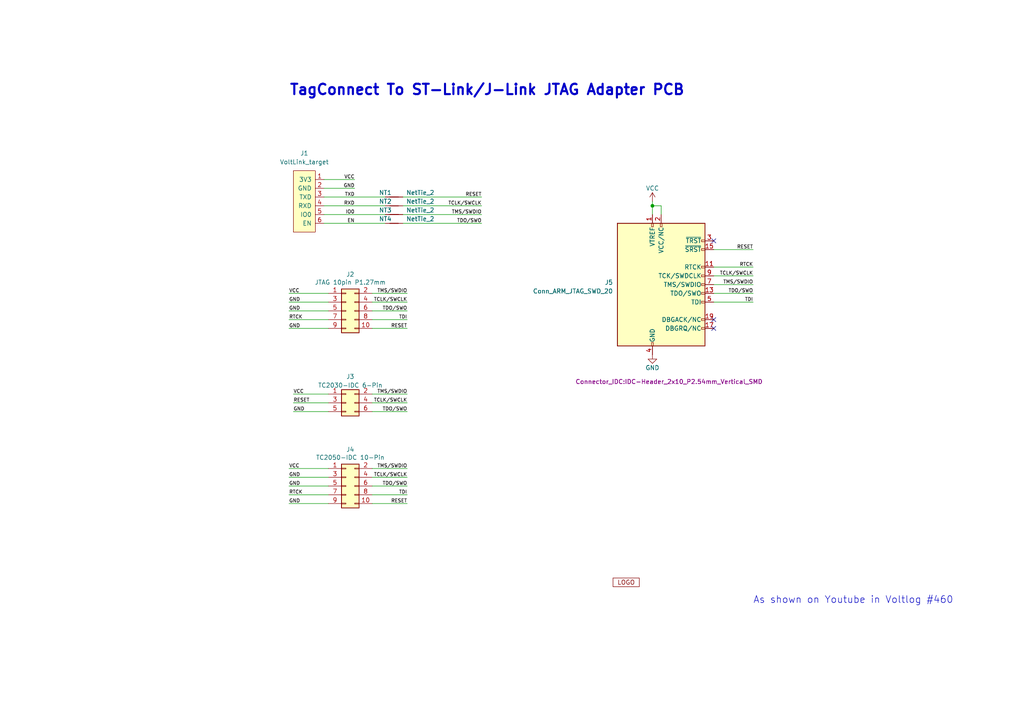
<source format=kicad_sch>
(kicad_sch (version 20231120) (generator "eeschema") (generator_version "8.0")
  (paper "A4")
  (title_block (title "VoltLog TagConnect Adapter") (date "2023-10-24") (rev "revA - First Edition") (company "Voltlog") (comment 1 "License GPLv3"))
  (lib_symbols
    (symbol "Connector:Conn_ARM_JTAG_SWD_20" (pin_names (offset 1.016))
      (property "Reference" "J" (at -5.08 21.59 0))
      (property "Value" "Conn_ARM_JTAG_SWD_20" (at -5.08 19.05 0))
      (symbol "Conn_ARM_JTAG_SWD_20_0_1"
        (rectangle (start -12.7 17.78) (end 12.7 -17.78) (stroke (width 0.254)) (fill (type background)))
        (rectangle (start -2.794 -17.78) (end -2.286 -16.764))
        (rectangle (start -2.794 17.78) (end -2.286 16.764))
        (rectangle (start -0.254 17.78) (end 0.254 16.764))
        (rectangle (start 11.684 2.286) (end 12.7 2.794))
        (rectangle (start 12.7 -12.446) (end 11.684 -12.954))
        (rectangle (start 12.7 -9.906) (end 11.684 -10.414))
        (rectangle (start 12.7 -2.794) (end 11.684 -2.286))
        (rectangle (start 12.7 -0.254) (end 11.684 0.254))
        (rectangle (start 12.7 4.826) (end 11.684 5.334))
        (rectangle (start 12.7 10.414) (end 11.684 9.906))
        (rectangle (start 12.7 12.954) (end 11.684 12.446))
      )
      (symbol "Conn_ARM_JTAG_SWD_20_1_1"
        (rectangle (start 11.684 -5.334) (end 12.7 -4.826))
        (pin power_in line (at -2.54 20.32 270) (length 2.54) (name "VTREF") (number "1"))
        (pin passive line (at -2.54 -20.32 90) (length 2.54) hide (name "GND") (number "10"))
        (pin input line (at 15.24 5.08 180) (length 2.54) (name "RTCK") (number "11"))
        (pin passive line (at -2.54 -20.32 90) (length 2.54) hide (name "GND") (number "12"))
        (pin input line (at 15.24 -2.54 180) (length 2.54) (name "TDO/SWO") (number "13"))
        (pin passive line (at -2.54 -20.32 90) (length 2.54) hide (name "GND") (number "14"))
        (pin bidirectional line (at 15.24 10.16 180) (length 2.54) (name "~{SRST}") (number "15"))
        (pin passive line (at -2.54 -20.32 90) (length 2.54) hide (name "GND") (number "16"))
        (pin output line (at 15.24 -12.7 180) (length 2.54) (name "DBGRQ/NC") (number "17"))
        (pin passive line (at -2.54 -20.32 90) (length 2.54) hide (name "GND") (number "18"))
        (pin input line (at 15.24 -10.16 180) (length 2.54) (name "DBGACK/NC") (number "19"))
        (pin power_in line (at 0 20.32 270) (length 2.54) (name "VCC/NC") (number "2"))
        (pin passive line (at -2.54 -20.32 90) (length 2.54) hide (name "GND") (number "20"))
        (pin output line (at 15.24 12.7 180) (length 2.54) (name "~{TRST}") (number "3"))
        (pin power_in line (at -2.54 -20.32 90) (length 2.54) (name "GND") (number "4"))
        (pin output line (at 15.24 -5.08 180) (length 2.54) (name "TDI") (number "5"))
        (pin passive line (at -2.54 -20.32 90) (length 2.54) hide (name "GND") (number "6"))
        (pin output line (at 15.24 0 180) (length 2.54) (name "TMS/SWDIO") (number "7"))
        (pin passive line (at -2.54 -20.32 90) (length 2.54) hide (name "GND") (number "8"))
        (pin output line (at 15.24 2.54 180) (length 2.54) (name "TCK/SWDCLK") (number "9"))
      )
    )
    (symbol "Connector_Generic:Conn_02x03_Odd_Even" (pin_names (offset 1.016) hide)
      (property "Reference" "J" (at 1.27 5.08 0))
      (property "Value" "Conn_02x03_Odd_Even" (at 1.27 -5.08 0))
      (symbol "Conn_02x03_Odd_Even_1_1"
        (rectangle (start -1.27 -2.413) (end 0 -2.667) (stroke (width 0.1524)))
        (rectangle (start -1.27 0.127) (end 0 -0.127) (stroke (width 0.1524)))
        (rectangle (start -1.27 2.667) (end 0 2.413) (stroke (width 0.1524)))
        (rectangle (start -1.27 3.81) (end 3.81 -3.81) (stroke (width 0.254)) (fill (type background)))
        (rectangle (start 3.81 -2.413) (end 2.54 -2.667) (stroke (width 0.1524)))
        (rectangle (start 3.81 0.127) (end 2.54 -0.127) (stroke (width 0.1524)))
        (rectangle (start 3.81 2.667) (end 2.54 2.413) (stroke (width 0.1524)))
        (pin passive line (at -5.08 2.54 0) (length 3.81) (name "Pin_1") (number "1"))
        (pin passive line (at 7.62 2.54 180) (length 3.81) (name "Pin_2") (number "2"))
        (pin passive line (at -5.08 0 0) (length 3.81) (name "Pin_3") (number "3"))
        (pin passive line (at 7.62 0 180) (length 3.81) (name "Pin_4") (number "4"))
        (pin passive line (at -5.08 -2.54 0) (length 3.81) (name "Pin_5") (number "5"))
        (pin passive line (at 7.62 -2.54 180) (length 3.81) (name "Pin_6") (number "6"))
      )
    )
    (symbol "Connector_Generic:Conn_02x05_Odd_Even" (pin_names (offset 1.016) hide)
      (property "Reference" "J" (at 1.27 7.62 0))
      (property "Value" "Conn_02x05_Odd_Even" (at 1.27 -7.62 0))
      (symbol "Conn_02x05_Odd_Even_1_1"
        (rectangle (start -1.27 -4.953) (end 0 -5.207) (stroke (width 0.1524)))
        (rectangle (start -1.27 -2.413) (end 0 -2.667) (stroke (width 0.1524)))
        (rectangle (start -1.27 0.127) (end 0 -0.127) (stroke (width 0.1524)))
        (rectangle (start -1.27 2.667) (end 0 2.413) (stroke (width 0.1524)))
        (rectangle (start -1.27 5.207) (end 0 4.953) (stroke (width 0.1524)))
        (rectangle (start -1.27 6.35) (end 3.81 -6.35) (stroke (width 0.254)) (fill (type background)))
        (rectangle (start 3.81 -4.953) (end 2.54 -5.207) (stroke (width 0.1524)))
        (rectangle (start 3.81 -2.413) (end 2.54 -2.667) (stroke (width 0.1524)))
        (rectangle (start 3.81 0.127) (end 2.54 -0.127) (stroke (width 0.1524)))
        (rectangle (start 3.81 2.667) (end 2.54 2.413) (stroke (width 0.1524)))
        (rectangle (start 3.81 5.207) (end 2.54 4.953) (stroke (width 0.1524)))
        (pin passive line (at -5.08 5.08 0) (length 3.81) (name "Pin_1") (number "1"))
        (pin passive line (at 7.62 -5.08 180) (length 3.81) (name "Pin_10") (number "10"))
        (pin passive line (at 7.62 5.08 180) (length 3.81) (name "Pin_2") (number "2"))
        (pin passive line (at -5.08 2.54 0) (length 3.81) (name "Pin_3") (number "3"))
        (pin passive line (at 7.62 2.54 180) (length 3.81) (name "Pin_4") (number "4"))
        (pin passive line (at -5.08 0 0) (length 3.81) (name "Pin_5") (number "5"))
        (pin passive line (at 7.62 0 180) (length 3.81) (name "Pin_6") (number "6"))
        (pin passive line (at -5.08 -2.54 0) (length 3.81) (name "Pin_7") (number "7"))
        (pin passive line (at 7.62 -2.54 180) (length 3.81) (name "Pin_8") (number "8"))
        (pin passive line (at -5.08 -5.08 0) (length 3.81) (name "Pin_9") (number "9"))
      )
    )
    (symbol "Device:NetTie_2" (pin_numbers hide) (pin_names (offset 0) hide) (in_bom no)
      (property "Reference" "NT" (at 0 1.27 0))
      (property "Value" "NetTie_2" (at 0 -1.27 0))
      (symbol "NetTie_2_0_1"
        (polyline (pts (xy -1.27 0) (xy 1.27 0)) (stroke (width 0.254)))
      )
      (symbol "NetTie_2_1_1"
        (pin passive line (at -2.54 0 0) (length 2.54) (name "1") (number "1"))
        (pin passive line (at 2.54 0 180) (length 2.54) (name "2") (number "2"))
      )
    )
    (symbol "Voltlog:VOLTLOG_LOGO" (pin_numbers hide) (pin_names (offset 0) hide) (in_bom no)
      (symbol "VOLTLOG_LOGO_0_0"
        (text "LOGO" (at 0 0 0) (effects (font (size 1.27 1.27))))
      )
      (symbol "VOLTLOG_LOGO_0_1"
        (rectangle (start -3.81 1.27) (end 3.81 -1.27))
      )
    )
    (symbol "Voltlog:VoltLink_target" (pin_names (offset 1.016))
      (property "Reference" "J" (at 0 10.16 0))
      (property "Value" "VoltLink_target" (at 0 -10.16 0))
      (symbol "VoltLink_target_0_1"
        (rectangle (start 2.54 -8.89) (end -3.81 8.89) (fill (type background)))
      )
      (symbol "VoltLink_target_1_1"
        (pin power_in line (at -6.35 6.35 0) (length 2.54) (name "3V3") (number "1"))
        (pin power_in line (at -6.35 3.81 0) (length 2.54) (name "GND") (number "2"))
        (pin bidirectional line (at -6.35 1.27 0) (length 2.54) (name "TXD") (number "3"))
        (pin bidirectional line (at -6.35 -1.27 0) (length 2.54) (name "RXD") (number "4"))
        (pin bidirectional line (at -6.35 -3.81 0) (length 2.54) (name "IO0") (number "5"))
        (pin bidirectional line (at -6.35 -6.35 0) (length 2.54) (name "EN") (number "6"))
      )
    )
    (symbol "power:GND" (power) (pin_names (offset 0))
      (property "Value" "GND" (at 0 -3.81 0))
      (symbol "GND_0_1"
        (polyline (pts (xy 0 0) (xy 0 -1.27) (xy 1.27 -1.27) (xy 0 -2.54) (xy -1.27 -1.27) (xy 0 -1.27)))
      )
      (symbol "GND_1_1"
        (pin power_in line (at 0 0 270) (length 0) hide (name "GND") (number "1"))
      )
    )
    (symbol "power:VCC" (power) (pin_names (offset 0))
      (property "Value" "VCC" (at 0 3.81 0))
      (symbol "VCC_0_1"
        (polyline (pts (xy -0.762 1.27) (xy 0 2.54)))
        (polyline (pts (xy 0 0) (xy 0 2.54)))
        (polyline (pts (xy 0 2.54) (xy 0.762 1.27)))
      )
      (symbol "VCC_1_1"
        (pin power_in line (at 0 0 90) (length 0) hide (name "VCC") (number "1"))
      )
    )
  )
  (junction (at 189.23 59.69))
  (no_connect (at 207.01 69.85))
  (no_connect (at 207.01 92.71))
  (no_connect (at 207.01 95.25))
  (wire (pts (xy 189.23 59.69) (xy 189.23 62.23)))
  (wire (pts (xy 116.84 62.23) (xy 139.7 62.23)))
  (wire (pts (xy 189.23 58.42) (xy 189.23 59.69)))
  (wire (pts (xy 118.11 138.43) (xy 107.95 138.43)))
  (wire (pts (xy 83.82 140.97) (xy 95.25 140.97)))
  (wire (pts (xy 83.82 92.71) (xy 95.25 92.71)))
  (wire (pts (xy 118.11 87.63) (xy 107.95 87.63)))
  (wire (pts (xy 116.84 64.77) (xy 139.7 64.77)))
  (wire (pts (xy 83.82 138.43) (xy 95.25 138.43)))
  (wire (pts (xy 207.01 72.39) (xy 218.44 72.39)))
  (wire (pts (xy 118.11 95.25) (xy 107.95 95.25)))
  (wire (pts (xy 116.84 59.69) (xy 139.7 59.69)))
  (wire (pts (xy 93.98 62.23) (xy 111.76 62.23)))
  (wire (pts (xy 118.11 90.17) (xy 107.95 90.17)))
  (wire (pts (xy 85.09 119.38) (xy 95.25 119.38)))
  (wire (pts (xy 83.82 85.09) (xy 95.25 85.09)))
  (wire (pts (xy 85.09 116.84) (xy 95.25 116.84)))
  (wire (pts (xy 107.95 116.84) (xy 118.11 116.84)))
  (wire (pts (xy 207.01 85.09) (xy 218.44 85.09)))
  (wire (pts (xy 116.84 57.15) (xy 139.7 57.15)))
  (wire (pts (xy 107.95 114.3) (xy 118.11 114.3)))
  (wire (pts (xy 93.98 54.61) (xy 102.87 54.61)))
  (wire (pts (xy 83.82 95.25) (xy 95.25 95.25)))
  (wire (pts (xy 207.01 77.47) (xy 218.44 77.47)))
  (wire (pts (xy 191.77 62.23) (xy 191.77 59.69)))
  (wire (pts (xy 118.11 85.09) (xy 107.95 85.09)))
  (wire (pts (xy 93.98 52.07) (xy 102.87 52.07)))
  (wire (pts (xy 191.77 59.69) (xy 189.23 59.69)))
  (wire (pts (xy 107.95 119.38) (xy 118.11 119.38)))
  (wire (pts (xy 83.82 143.51) (xy 95.25 143.51)))
  (wire (pts (xy 93.98 59.69) (xy 111.76 59.69)))
  (wire (pts (xy 118.11 140.97) (xy 107.95 140.97)))
  (wire (pts (xy 83.82 87.63) (xy 95.25 87.63)))
  (wire (pts (xy 93.98 64.77) (xy 111.76 64.77)))
  (wire (pts (xy 207.01 80.01) (xy 218.44 80.01)))
  (wire (pts (xy 118.11 146.05) (xy 107.95 146.05)))
  (wire (pts (xy 93.98 57.15) (xy 111.76 57.15)))
  (wire (pts (xy 83.82 90.17) (xy 95.25 90.17)))
  (wire (pts (xy 207.01 87.63) (xy 218.44 87.63)))
  (wire (pts (xy 118.11 92.71) (xy 107.95 92.71)))
  (wire (pts (xy 118.11 143.51) (xy 107.95 143.51)))
  (wire (pts (xy 118.11 135.89) (xy 107.95 135.89)))
  (wire (pts (xy 83.82 146.05) (xy 95.25 146.05)))
  (wire (pts (xy 83.82 135.89) (xy 95.25 135.89)))
  (wire (pts (xy 85.09 114.3) (xy 95.25 114.3)))
  (wire (pts (xy 207.01 82.55) (xy 218.44 82.55)))
  (text "As shown on Youtube in Voltlog #460" (at 218.44 175.26 0) (effects (font (size 2 2)) (justify left bottom)))
  (text "TagConnect To ST-Link/J-Link JTAG Adapter PCB" (at 83.82 27.94 0) (effects (font (size 3 3) (thickness 0.6) (bold yes)) (justify left bottom)))
  (label "GND" (at 83.82 146.05 0) (effects (font (size 1 1))))
  (label "TDO{slash}SWO" (at 118.11 90.17 180) (effects (font (size 1 1))))
  (label "TDO{slash}SWO" (at 218.44 85.09 180) (effects (font (size 1 1))))
  (label "TMS{slash}SWDIO" (at 218.44 82.55 180) (effects (font (size 1 1))))
  (label "VCC" (at 102.87 52.07 180) (effects (font (size 1 1))))
  (label "TCLK{slash}SWCLK" (at 118.11 138.43 180) (effects (font (size 1 1))))
  (label "RESET" (at 139.7 57.15 180) (effects (font (size 1 1))))
  (label "VCC" (at 85.09 114.3 0) (effects (font (size 1 1))))
  (label "TDO{slash}SWO" (at 118.11 140.97 180) (effects (font (size 1 1))))
  (label "VCC" (at 83.82 85.09 0) (effects (font (size 1 1))))
  (label "GND" (at 83.82 95.25 0) (effects (font (size 1 1))))
  (label "TDI" (at 118.11 92.71 180) (effects (font (size 1 1))))
  (label "TCLK{slash}SWCLK" (at 218.44 80.01 180) (effects (font (size 1 1))))
  (label "TCLK{slash}SWCLK" (at 139.7 59.69 180) (effects (font (size 1 1))))
  (label "TMS{slash}SWDIO" (at 139.7 62.23 180) (effects (font (size 1 1))))
  (label "RTCK" (at 83.82 92.71 0) (effects (font (size 1 1))))
  (label "TCLK{slash}SWCLK" (at 118.11 116.84 180) (effects (font (size 1 1))))
  (label "RTCK" (at 83.82 143.51 0) (effects (font (size 1 1))))
  (label "GND" (at 85.09 119.38 0) (effects (font (size 1 1))))
  (label "RESET" (at 118.11 146.05 180) (effects (font (size 1 1))))
  (label "TDI" (at 118.11 143.51 180) (effects (font (size 1 1))))
  (label "RESET" (at 218.44 72.39 180) (effects (font (size 1 1))))
  (label "GND" (at 83.82 90.17 0) (effects (font (size 1 1))))
  (label "GND" (at 83.82 140.97 0) (effects (font (size 1 1))))
  (label "IO0" (at 102.87 62.23 180) (effects (font (size 1 1))))
  (label "GND" (at 83.82 138.43 0) (effects (font (size 1 1))))
  (label "RXD" (at 102.87 59.69 180) (effects (font (size 1 1))))
  (label "TDO{slash}SWO" (at 118.11 119.38 180) (effects (font (size 1 1))))
  (label "GND" (at 83.82 87.63 0) (effects (font (size 1 1))))
  (label "RESET" (at 118.11 95.25 180) (effects (font (size 1 1))))
  (label "TXD" (at 102.87 57.15 180) (effects (font (size 1 1))))
  (label "RTCK" (at 218.44 77.47 180) (effects (font (size 1 1))))
  (label "TCLK{slash}SWCLK" (at 118.11 87.63 180) (effects (font (size 1 1))))
  (label "VCC" (at 83.82 135.89 0) (effects (font (size 1 1))))
  (label "GND" (at 102.87 54.61 180) (effects (font (size 1 1))))
  (label "TDO{slash}SWO" (at 139.7 64.77 180) (effects (font (size 1 1))))
  (label "TMS{slash}SWDIO" (at 118.11 135.89 180) (effects (font (size 1 1))))
  (label "RESET" (at 85.09 116.84 0) (effects (font (size 1 1))))
  (label "TDI" (at 218.44 87.63 180) (effects (font (size 1 1))))
  (label "TMS{slash}SWDIO" (at 118.11 114.3 180) (effects (font (size 1 1))))
  (label "EN" (at 102.87 64.77 180) (effects (font (size 1 1))))
  (label "TMS{slash}SWDIO" (at 118.11 85.09 180) (effects (font (size 1 1))))
  (symbol (lib_id "Device:NetTie_2") (at 114.3 57.15 0) (unit 1) (in_bom no)
    (property "Reference" "NT1" (at 111.76 55.88 0))
    (property "Value" "NetTie_2" (at 121.92 55.88 0))
    (property "Footprint" "NetTie:NetTie-2_SMD_Pad0.5mm" (effects (hide yes)))
  )
  (symbol (lib_id "Connector_Generic:Conn_02x05_Odd_Even") (at 100.33 140.97 0) (unit 1)
    (property "Reference" "J4" (at 101.6 130.3782 0))
    (property "Value" "TC2050-IDC 10-Pin" (at 101.6 132.6896 0))
    (property "Footprint" "Connector_IDC:IDC-Header_2x05_P2.54mm_Vertical_SMD" (effects (hide yes)))
    (property "LCSC" "C601966" (effects (hide yes)))
  )
  (symbol (lib_id "Voltlog:VoltLink_target") (at 87.63 58.42 0) (mirror y) (unit 1)
    (property "Reference" "J1" (at 88.265 44.45 0))
    (property "Value" "VoltLink_target" (at 88.265 46.99 0))
    (property "Footprint" "Voltlog:VoltLink-vertical" (effects (hide yes)))
    (property "LCSC" "C145963" (effects (hide yes)))
  )
  (symbol (lib_id "Connector:Conn_ARM_JTAG_SWD_20") (at 191.77 82.55 0) (unit 1)
    (property "Reference" "J5" (at 177.8 81.915 0) (effects (justify right)))
    (property "Value" "Conn_ARM_JTAG_SWD_20" (at 177.8 84.455 0) (effects (justify right)))
    (property "Footprint" "Connector_IDC:IDC-Header_2x10_P2.54mm_Vertical_SMD" (at 166.878 109.982 0) (effects (justify left top)))
    (property "Datasheet" "http://infocenter.arm.com/help/topic/com.arm.doc.dui0499b/DUI0499B_system_design_reference.pdf" (effects (hide yes)))
    (property "LCSC" "C601970" (effects (hide yes)))
  )
  (symbol (lib_id "Connector_Generic:Conn_02x05_Odd_Even") (at 100.33 90.17 0) (unit 1)
    (property "Reference" "J2" (at 101.6 79.5782 0))
    (property "Value" "JTAG 10pin P1.27mm" (at 101.6 81.8896 0))
    (property "Footprint" "Connector_PinHeader_1.27mm:PinHeader_2x05_P1.27mm_Vertical_SMD" (effects (hide yes)))
  )
  (symbol (lib_id "Connector_Generic:Conn_02x03_Odd_Even") (at 100.33 116.84 0) (unit 1)
    (property "Reference" "J3" (at 101.6 109.22 0))
    (property "Value" "TC2030-IDC 6-Pin" (at 101.6 111.76 0))
    (property "Footprint" "Connector_IDC:IDC-Header_2x03_P2.54mm_Vertical_SMD" (effects (hide yes)))
    (property "Datasheet" "https://datasheet.lcsc.com/lcsc/2304140030_XFCN-BH254VS-6P_C492445.pdf" (effects (hide yes)))
    (property "PN" "BH254VS-6P" (effects (hide yes)))
    (property "LCSC" "C492445" (effects (hide yes)))
    (property "ALT" "C383603" (effects (hide yes)))
  )
  (symbol (lib_id "Device:NetTie_2") (at 114.3 64.77 0) (unit 1) (in_bom no)
    (property "Reference" "NT4" (at 111.76 63.5 0))
    (property "Value" "NetTie_2" (at 121.92 63.5 0))
    (property "Footprint" "NetTie:NetTie-2_SMD_Pad0.5mm" (effects (hide yes)))
  )
  (symbol (lib_id "Device:NetTie_2") (at 114.3 62.23 0) (unit 1) (in_bom no)
    (property "Reference" "NT3" (at 111.76 60.96 0))
    (property "Value" "NetTie_2" (at 121.92 60.96 0))
    (property "Footprint" "NetTie:NetTie-2_SMD_Pad0.5mm" (effects (hide yes)))
  )
  (symbol (lib_id "Voltlog:VOLTLOG_LOGO") (at 181.61 168.91 0) (unit 1) (in_bom no)
    (property "Reference" "V1" (effects (hide yes)))
    (property "Value" "VOLTLOG_LOGO" (effects (hide yes)))
    (property "Footprint" "Voltlog:voltlog_mask_3mm" (effects (hide yes)))
  )
  (symbol (lib_id "power:GND") (at 189.23 102.87 0) (unit 1)
    (property "Reference" "#PWR02" (effects (hide yes)))
    (property "Value" "GND" (at 189.23 106.68 0))
  )
  (symbol (lib_id "power:VCC") (at 189.23 58.42 0) (unit 1)
    (property "Reference" "#PWR01" (effects (hide yes)))
    (property "Value" "VCC" (at 189.23 54.61 0))
  )
  (symbol (lib_id "Device:NetTie_2") (at 114.3 59.69 0) (unit 1) (in_bom no)
    (property "Reference" "NT2" (at 111.76 58.42 0))
    (property "Value" "NetTie_2" (at 121.92 58.42 0))
    (property "Footprint" "NetTie:NetTie-2_SMD_Pad0.5mm" (effects (hide yes)))
  )
)
</source>
